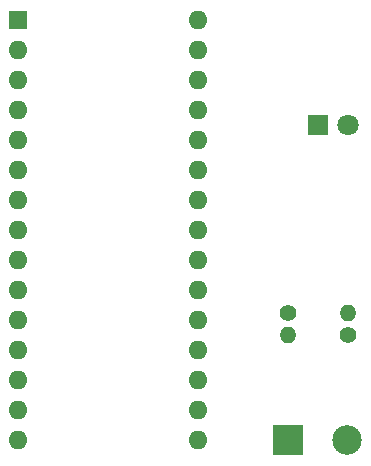
<source format=gbr>
G04 #@! TF.GenerationSoftware,KiCad,Pcbnew,5.1.5+dfsg1-2build2*
G04 #@! TF.CreationDate,2022-10-07T20:11:41-07:00*
G04 #@! TF.ProjectId,kicad intro project,6b696361-6420-4696-9e74-726f2070726f,rev?*
G04 #@! TF.SameCoordinates,Original*
G04 #@! TF.FileFunction,Copper,L2,Bot*
G04 #@! TF.FilePolarity,Positive*
%FSLAX46Y46*%
G04 Gerber Fmt 4.6, Leading zero omitted, Abs format (unit mm)*
G04 Created by KiCad (PCBNEW 5.1.5+dfsg1-2build2) date 2022-10-07 20:11:41*
%MOMM*%
%LPD*%
G04 APERTURE LIST*
%ADD10C,2.500000*%
%ADD11R,2.500000X2.500000*%
%ADD12O,1.400000X1.400000*%
%ADD13C,1.400000*%
%ADD14C,1.800000*%
%ADD15R,1.800000X1.800000*%
%ADD16O,1.600000X1.600000*%
%ADD17R,1.600000X1.600000*%
G04 APERTURE END LIST*
D10*
X128190000Y-101600000D03*
D11*
X123190000Y-101600000D03*
D12*
X123190000Y-92710000D03*
D13*
X123190000Y-90810000D03*
D12*
X128270000Y-90810000D03*
D13*
X128270000Y-92710000D03*
D14*
X128270000Y-74930000D03*
D15*
X125730000Y-74930000D03*
D16*
X115570000Y-101600000D03*
X100330000Y-101600000D03*
X115570000Y-66040000D03*
X100330000Y-99060000D03*
X115570000Y-68580000D03*
X100330000Y-96520000D03*
X115570000Y-71120000D03*
X100330000Y-93980000D03*
X115570000Y-73660000D03*
X100330000Y-91440000D03*
X115570000Y-76200000D03*
X100330000Y-88900000D03*
X115570000Y-78740000D03*
X100330000Y-86360000D03*
X115570000Y-81280000D03*
X100330000Y-83820000D03*
X115570000Y-83820000D03*
X100330000Y-81280000D03*
X115570000Y-86360000D03*
X100330000Y-78740000D03*
X115570000Y-88900000D03*
X100330000Y-76200000D03*
X115570000Y-91440000D03*
X100330000Y-73660000D03*
X115570000Y-93980000D03*
X100330000Y-71120000D03*
X115570000Y-96520000D03*
X100330000Y-68580000D03*
X115570000Y-99060000D03*
D17*
X100330000Y-66040000D03*
M02*

</source>
